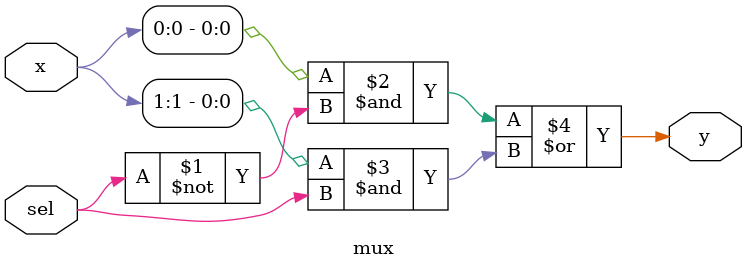
<source format=v>
module mux(x, sel, y);
    input [1:0] x;
    input sel;                      // sel selects the exit (x[3], x[2], x[1], x[0]).
    output wire y;

    assign y = (x[0] & ~sel) | (x[1] & sel);

endmodule
</source>
